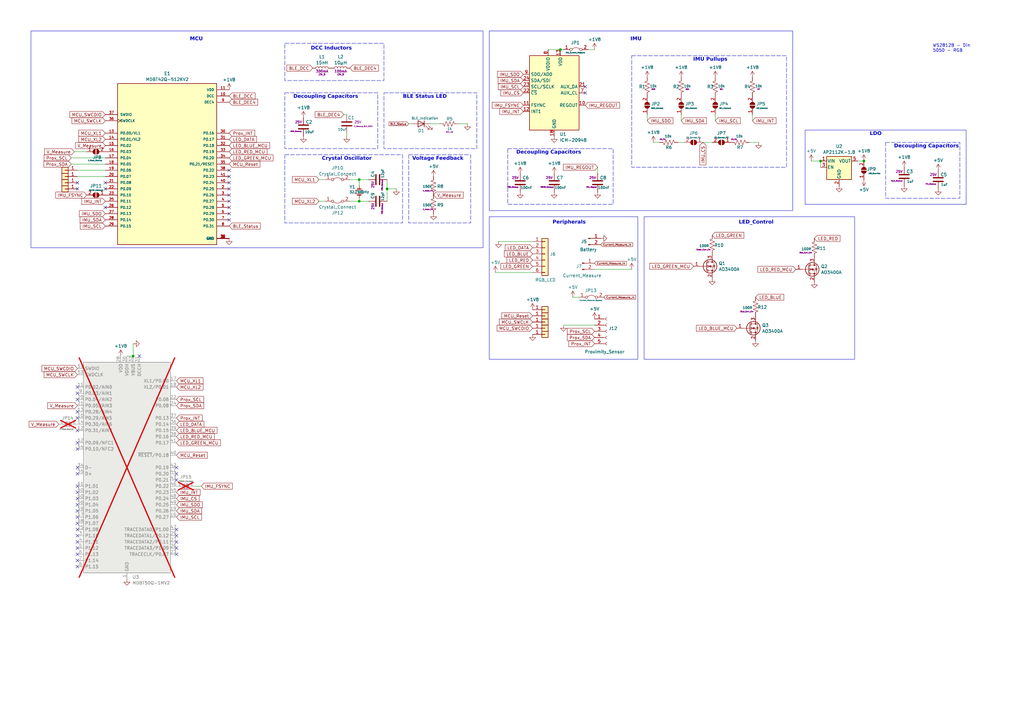
<source format=kicad_sch>
(kicad_sch (version 20231120) (generator "eeschema") (generator_version "8.0")
  (paper "A3")
  (title_block (title "NRF528_Prototype") (date "2024-07-06") (rev "v1") (company "Rymo Technologies"))
  (junction (at 147.32 73.66))
  (junction (at 336.55 66.04))
  (junction (at 54.61 146.05))
  (junction (at 354.33 66.04))
  (junction (at 158.75 77.47))
  (junction (at 229.87 20.32))
  (junction (at 147.32 82.55))
  (no_connect (at 72.39 227.33))
  (no_connect (at 31.75 207.01))
  (no_connect (at 31.75 209.55))
  (no_connect (at 31.75 232.41))
  (no_connect (at 240.03 38.1))
  (no_connect (at 93.98 77.47))
  (no_connect (at 93.98 82.55))
  (no_connect (at 72.39 224.79))
  (no_connect (at 240.03 35.56))
  (no_connect (at 31.75 176.53))
  (no_connect (at 31.75 219.71))
  (no_connect (at 31.75 214.63))
  (no_connect (at 72.39 219.71))
  (no_connect (at 31.75 204.47))
  (no_connect (at 72.39 222.25))
  (no_connect (at 31.75 229.87))
  (no_connect (at 31.75 227.33))
  (no_connect (at 31.75 74.93))
  (no_connect (at 93.98 74.93))
  (no_connect (at 31.75 212.09))
  (no_connect (at 72.39 194.31))
  (no_connect (at 93.98 90.17))
  (no_connect (at 93.98 72.39))
  (no_connect (at 31.75 163.83))
  (no_connect (at 31.75 168.91))
  (no_connect (at 31.75 191.77))
  (no_connect (at 31.75 77.47))
  (no_connect (at 31.75 194.31))
  (no_connect (at 93.98 80.01))
  (no_connect (at 31.75 199.39))
  (no_connect (at 72.39 196.85))
  (no_connect (at 93.98 69.85))
  (no_connect (at 31.75 184.15))
  (no_connect (at 31.75 222.25))
  (no_connect (at 31.75 181.61))
  (no_connect (at 31.75 224.79))
  (no_connect (at 31.75 161.29))
  (no_connect (at 43.18 85.09))
  (no_connect (at 72.39 191.77))
  (no_connect (at 31.75 158.75))
  (no_connect (at 31.75 171.45))
  (no_connect (at 57.15 146.05))
  (no_connect (at 43.18 77.47))
  (no_connect (at 31.75 201.93))
  (no_connect (at 93.98 85.09))
  (no_connect (at 31.75 217.17))
  (no_connect (at 93.98 87.63))
  (no_connect (at 72.39 217.17))
  (no_connect (at 43.18 74.93))
  (wire (pts (xy 231.14 133.35) (xy 243.84 133.35)))
  (wire (pts (xy 336.55 66.04) (xy 336.55 68.58)))
  (wire (pts (xy 31.75 72.39) (xy 43.18 72.39)))
  (wire (pts (xy 143.51 73.66) (xy 147.32 73.66)))
  (wire (pts (xy 130.81 73.66) (xy 133.35 73.66)))
  (wire (pts (xy 279.4 46.99) (xy 279.4 49.53)))
  (wire (pts (xy 243.84 20.32) (xy 241.3 20.32)))
  (wire (pts (xy 82.55 199.39) (xy 80.01 199.39)))
  (wire (pts (xy 162.56 77.47) (xy 158.75 77.47)))
  (wire (pts (xy 180.34 50.8) (xy 176.53 50.8)))
  (wire (pts (xy 293.37 46.99) (xy 293.37 49.53)))
  (wire (pts (xy 35.56 62.23) (xy 30.48 62.23)))
  (wire (pts (xy 265.43 46.99) (xy 265.43 49.53)))
  (wire (pts (xy 167.64 50.8) (xy 168.91 50.8)))
  (wire (pts (xy 267.97 58.42) (xy 270.51 58.42)))
  (wire (pts (xy 204.47 99.06) (xy 218.44 99.06)))
  (wire (pts (xy 231.14 20.32) (xy 229.87 20.32)))
  (wire (pts (xy 29.21 64.77) (xy 43.18 64.77)))
  (wire (pts (xy 191.77 50.8) (xy 187.96 50.8)))
  (wire (pts (xy 130.81 82.55) (xy 133.35 82.55)))
  (wire (pts (xy 332.74 66.04) (xy 336.55 66.04)))
  (wire (pts (xy 245.11 68.58) (xy 245.11 71.12)))
  (wire (pts (xy 308.61 46.99) (xy 308.61 49.53)))
  (wire (pts (xy 147.32 81.28) (xy 147.32 82.55)))
  (wire (pts (xy 203.2 111.76) (xy 218.44 111.76)))
  (wire (pts (xy 292.1 58.42) (xy 288.29 58.42)))
  (wire (pts (xy 147.32 73.66) (xy 147.32 76.2)))
  (wire (pts (xy 31.75 69.85) (xy 43.18 69.85)))
  (wire (pts (xy 143.51 82.55) (xy 147.32 82.55)))
  (wire (pts (xy 142.24 55.88) (xy 142.24 54.61)))
  (wire (pts (xy 52.07 146.05) (xy 54.61 146.05)))
  (wire (pts (xy 243.84 110.49) (xy 259.08 110.49)))
  (wire (pts (xy 147.32 73.66) (xy 151.13 73.66)))
  (wire (pts (xy 278.13 58.42) (xy 280.67 58.42)))
  (wire (pts (xy 311.15 58.42) (xy 307.34 58.42)))
  (wire (pts (xy 142.24 46.99) (xy 140.97 46.99)))
  (wire (pts (xy 158.75 82.55) (xy 158.75 77.47)))
  (wire (pts (xy 224.79 20.32) (xy 229.87 20.32)))
  (wire (pts (xy 29.21 67.31) (xy 43.18 67.31)))
  (wire (pts (xy 234.95 121.92) (xy 237.49 121.92)))
  (wire (pts (xy 54.61 140.97) (xy 54.61 146.05)))
  (wire (pts (xy 354.33 66.04) (xy 351.79 66.04)))
  (wire (pts (xy 147.32 82.55) (xy 151.13 82.55)))
  (wire (pts (xy 158.75 77.47) (xy 158.75 73.66)))
  (rectangle (start 200.66 88.9) (end 261.62 147.32))
  (rectangle (start 264.16 88.9) (end 350.52 147.32))
  (rectangle (start 157.48 38.1) (end 195.58 60.96) (stroke (width 0) (type dash)))
  (rectangle (start 363.22 58.42) (end 393.7 81.28) (stroke (width 0) (type dash)))
  (rectangle (start 12.7 12.7) (end 198.12 101.6))
  (rectangle (start 259.08 22.86) (end 322.58 68.58) (stroke (width 0) (type dash)))
  (rectangle (start 200.66 12.7) (end 325.12 86.36))
  (rectangle (start 208.28 60.96) (end 251.46 83.82) (stroke (width 0) (type dash)))
  (rectangle (start 116.84 63.5) (end 165.1 91.44) (stroke (width 0) (type dash)))
  (rectangle (start 116.84 38.1) (end 154.94 60.96) (stroke (width 0) (type dash)))
  (rectangle (start 330.2 53.34) (end 396.24 83.82))
  (rectangle (start 167.64 63.5) (end 193.04 91.44) (stroke (width 0) (type dash)))
  (rectangle (start 116.84 17.78) (end 157.48 33.02) (stroke (width 0) (type dash)))
  (text "Decoupling Capacitors" (at 133.604 40.132 0) (effects (font (size 1.5 1.5) (thickness 0.3) (bold yes))))
  (text "Decoupling Capacitors" (at 225.044 62.992 0) (effects (font (size 1.5 1.5) (thickness 0.3) (bold yes))))
  (text "Crystal Oscillator" (at 142.24 65.532 0) (effects (font (size 1.5 1.5) (thickness 0.3) (bold yes))))
  (text "BLE Status LED" (at 174.244 40.132 0) (effects (font (size 1.5 1.5) (thickness 0.3) (bold yes))))
  (text "DCC Inductors" (at 135.89 20.32 0) (effects (font (size 1.5 1.5) (thickness 0.3) (bold yes))))
  (text "Decoupling Capacitors" (at 379.984 60.452 0) (effects (font (size 1.5 1.5) (thickness 0.3) (bold yes))))
  (text "WS2812B - Din\n5050 - RGB" (at 382.524 19.812 0) (effects (font (size 1.27 1.27)) (justify left)))
  (text "LED_Control" (at 310.134 91.694 0) (effects (font (size 1.5 1.5) (thickness 0.3) (bold yes))))
  (text "MCU" (at 80.518 16.51 0) (effects (font (size 1.5 1.5) (thickness 0.3) (bold yes))))
  (text "LDO" (at 359.156 55.372 0) (effects (font (size 1.5 1.5) (thickness 0.3) (bold yes))))
  (text "IMU" (at 260.858 16.51 0) (effects (font (size 1.5 1.5) (thickness 0.3) (bold yes))))
  (text "IMU Pullups" (at 291.338 24.892 0) (effects (font (size 1.5 1.5) (thickness 0.3) (bold yes))))
  (text "Peripherals" (at 233.426 91.694 0) (effects (font (size 1.5 1.5) (thickness 0.3) (bold yes))))
  (text "Voltage Feedback" (at 179.578 65.532 0) (effects (font (size 1.5 1.5) (thickness 0.3) (bold yes))))
  (global_label "IMU_SDA" (shape input) (at 43.18 90.17 180) (property "Intersheetrefs" "${INTERSHEET_REFS}" (effects (hide yes))))
  (global_label "IMU_INT" (shape input) (at 214.63 45.72 180) (property "Intersheetrefs" "${INTERSHEET_REFS}" (effects (hide yes))))
  (global_label "IMU_SCL" (shape input) (at 293.37 49.53 0) (property "Intersheetrefs" "${INTERSHEET_REFS}" (effects (hide yes))))
  (global_label "IMU_REGOUT" (shape input) (at 240.03 43.18 0) (property "Intersheetrefs" "${INTERSHEET_REFS}" (effects (hide yes))))
  (global_label "MCU_Reset" (shape input) (at 72.39 186.69 0) (property "Intersheetrefs" "${INTERSHEET_REFS}" (effects (hide yes))))
  (global_label "BLE_DEC4" (shape input) (at 140.97 46.99 180) (property "Intersheetrefs" "${INTERSHEET_REFS}" (effects (hide yes))))
  (global_label "IMU_FSYNC" (shape input) (at 35.56 80.01 180) (property "Intersheetrefs" "${INTERSHEET_REFS}" (effects (hide yes))))
  (global_label "IMU_SCL" (shape input) (at 72.39 212.09 0) (property "Intersheetrefs" "${INTERSHEET_REFS}" (effects (hide yes))))
  (global_label "LED_GREEN_MCU" (shape input) (at 284.48 109.22 180) (property "Intersheetrefs" "${INTERSHEET_REFS}" (effects (hide yes))))
  (global_label "MCU_XL2" (shape input) (at 130.81 82.55 180) (property "Intersheetrefs" "${INTERSHEET_REFS}" (effects (hide yes))))
  (global_label "IMU_INT" (shape input) (at 43.18 82.55 180) (property "Intersheetrefs" "${INTERSHEET_REFS}" (effects (hide yes))))
  (global_label "IMU_FSYNC" (shape input) (at 214.63 43.18 180) (property "Intersheetrefs" "${INTERSHEET_REFS}" (effects (hide yes))))
  (global_label "IMU_CS" (shape input) (at 288.29 58.42 270) (property "Intersheetrefs" "${INTERSHEET_REFS}" (effects (hide yes))))
  (global_label "IMU_INT" (shape input) (at 72.39 201.93 0) (property "Intersheetrefs" "${INTERSHEET_REFS}" (effects (hide yes))))
  (global_label "LED_DATA" (shape input) (at 218.44 101.6 180) (property "Intersheetrefs" "${INTERSHEET_REFS}" (effects (hide yes))))
  (global_label "MCU_Reset" (shape input) (at 218.44 129.54 180) (property "Intersheetrefs" "${INTERSHEET_REFS}" (effects (hide yes))))
  (global_label "BLE_DEC4" (shape input) (at 143.51 27.94 0) (property "Intersheetrefs" "${INTERSHEET_REFS}" (effects (hide yes))))
  (global_label "Current_Measure_In" (shape input) (at 247.65 121.92 0) (effects (font (size 0.8 0.8))) (property "Intersheetrefs" "${INTERSHEET_REFS}" (effects (hide yes))))
  (global_label "MCU_XL2" (shape input) (at 43.18 57.15 180) (property "Intersheetrefs" "${INTERSHEET_REFS}" (effects (hide yes))))
  (global_label "BLE_Status" (shape input) (at 167.64 50.8 180) (effects (font (size 0.8 0.8))) (property "Intersheetrefs" "${INTERSHEET_REFS}" (effects (hide yes))))
  (global_label "IMU_FSYNC" (shape input) (at 82.55 199.39 0) (property "Intersheetrefs" "${INTERSHEET_REFS}" (effects (hide yes))))
  (global_label "IMU_SDA" (shape input) (at 72.39 209.55 0) (property "Intersheetrefs" "${INTERSHEET_REFS}" (effects (hide yes))))
  (global_label "Prox_INT" (shape input) (at 72.39 171.45 0) (property "Intersheetrefs" "${INTERSHEET_REFS}" (effects (hide yes))))
  (global_label "BLE_Status" (shape input) (at 93.98 92.71 0) (property "Intersheetrefs" "${INTERSHEET_REFS}" (effects (hide yes))))
  (global_label "LED_DATA" (shape input) (at 93.98 57.15 0) (property "Intersheetrefs" "${INTERSHEET_REFS}" (effects (hide yes))))
  (global_label "LED_BLUE" (shape input) (at 309.88 121.92 0) (property "Intersheetrefs" "${INTERSHEET_REFS}" (effects (hide yes))))
  (global_label "MCU_SWCLK" (shape input) (at 43.18 49.53 180) (property "Intersheetrefs" "${INTERSHEET_REFS}" (effects (hide yes))))
  (global_label "Prox_SCL" (shape input) (at 243.84 135.89 180) (property "Intersheetrefs" "${INTERSHEET_REFS}" (effects (hide yes))))
  (global_label "Current_Measure_In" (shape input) (at 243.84 107.95 0) (effects (font (size 0.8 0.8))) (property "Intersheetrefs" "${INTERSHEET_REFS}" (effects (hide yes))))
  (global_label "V_Measure" (shape input) (at 30.48 62.23 180) (property "Intersheetrefs" "${INTERSHEET_REFS}" (effects (hide yes))))
  (global_label "BLE_DEC4" (shape input) (at 93.98 41.91 0) (property "Intersheetrefs" "${INTERSHEET_REFS}" (effects (hide yes))))
  (global_label "Prox_INT" (shape input) (at 93.98 54.61 0) (property "Intersheetrefs" "${INTERSHEET_REFS}" (effects (hide yes))))
  (global_label "IMU_REGOUT" (shape input) (at 245.11 68.58 180) (property "Intersheetrefs" "${INTERSHEET_REFS}" (effects (hide yes))))
  (global_label "LED_DATA" (shape input) (at 72.39 173.99 0) (property "Intersheetrefs" "${INTERSHEET_REFS}" (effects (hide yes))))
  (global_label "MCU_SWCLK" (shape input) (at 31.75 153.67 180) (property "Intersheetrefs" "${INTERSHEET_REFS}" (effects (hide yes))))
  (global_label "MCU_SWCDIO" (shape input) (at 43.18 46.99 180) (property "Intersheetrefs" "${INTERSHEET_REFS}" (effects (hide yes))))
  (global_label "MCU_XL1" (shape input) (at 43.18 54.61 180) (property "Intersheetrefs" "${INTERSHEET_REFS}" (effects (hide yes))))
  (global_label "MCU_XL2" (shape input) (at 72.39 158.75 0) (property "Intersheetrefs" "${INTERSHEET_REFS}" (effects (hide yes))))
  (global_label "V_Measure" (shape input) (at 177.8 80.01 0) (property "Intersheetrefs" "${INTERSHEET_REFS}" (effects (hide yes))))
  (global_label "Prox_SDA" (shape input) (at 243.84 138.43 180) (property "Intersheetrefs" "${INTERSHEET_REFS}" (effects (hide yes))))
  (global_label "LED_BLUE_MCU" (shape input) (at 93.98 59.69 0) (property "Intersheetrefs" "${INTERSHEET_REFS}" (effects (hide yes))))
  (global_label "LED_RED_MCU" (shape input) (at 93.98 62.23 0) (property "Intersheetrefs" "${INTERSHEET_REFS}" (effects (hide yes))))
  (global_label "LED_RED" (shape input) (at 334.01 97.79 0) (property "Intersheetrefs" "${INTERSHEET_REFS}" (effects (hide yes))))
  (global_label "MCU_Reset" (shape input) (at 93.98 67.31 0) (property "Intersheetrefs" "${INTERSHEET_REFS}" (effects (hide yes))))
  (global_label "Prox_SCL" (shape input) (at 72.39 163.83 0) (property "Intersheetrefs" "${INTERSHEET_REFS}" (effects (hide yes))))
  (global_label "MCU_SWCDIO" (shape input) (at 31.75 151.13 180) (property "Intersheetrefs" "${INTERSHEET_REFS}" (effects (hide yes))))
  (global_label "MCU_SWCLK" (shape input) (at 218.44 132.08 180) (property "Intersheetrefs" "${INTERSHEET_REFS}" (effects (hide yes))))
  (global_label "V_Measure" (shape input) (at 43.18 59.69 180) (property "Intersheetrefs" "${INTERSHEET_REFS}" (effects (hide yes))))
  (global_label "IMU_SDA" (shape input) (at 279.4 49.53 0) (property "Intersheetrefs" "${INTERSHEET_REFS}" (effects (hide yes))))
  (global_label "Prox_INT" (shape input) (at 243.84 140.97 180) (property "Intersheetrefs" "${INTERSHEET_REFS}" (effects (hide yes))))
  (global_label "LED_RED_MCU" (shape input) (at 72.39 179.07 0) (property "Intersheetrefs" "${INTERSHEET_REFS}" (effects (hide yes))))
  (global_label "IMU_SDO" (shape input) (at 72.39 207.01 0) (property "Intersheetrefs" "${INTERSHEET_REFS}" (effects (hide yes))))
  (global_label "LED_GREEN_MCU" (shape input) (at 93.98 64.77 0) (property "Intersheetrefs" "${INTERSHEET_REFS}" (effects (hide yes))))
  (global_label "IMU_CS" (shape input) (at 214.63 38.1 180) (property "Intersheetrefs" "${INTERSHEET_REFS}" (effects (hide yes))))
  (global_label "IMU_SDO" (shape input) (at 43.18 87.63 180) (property "Intersheetrefs" "${INTERSHEET_REFS}" (effects (hide yes))))
  (global_label "Current_Measure_In" (shape input) (at 246.38 100.33 0) (effects (font (size 0.8 0.8))) (property "Intersheetrefs" "${INTERSHEET_REFS}" (effects (hide yes))))
  (global_label "Prox_SCL" (shape input) (at 29.21 64.77 180) (property "Intersheetrefs" "${INTERSHEET_REFS}" (effects (hide yes))))
  (global_label "LED_GREEN" (shape input) (at 292.1 96.52 0) (property "Intersheetrefs" "${INTERSHEET_REFS}" (effects (hide yes))))
  (global_label "LED_GREEN" (shape input) (at 218.44 109.22 180) (property "Intersheetrefs" "${INTERSHEET_REFS}" (effects (hide yes))))
  (global_label "V_Measure" (shape input) (at 31.75 166.37 180) (property "Intersheetrefs" "${INTERSHEET_REFS}" (effects (hide yes))))
  (global_label "IMU_SCL" (shape input) (at 214.63 35.56 180) (property "Intersheetrefs" "${INTERSHEET_REFS}" (effects (hide yes))))
  (global_label "Prox_SDA" (shape input) (at 29.21 67.31 180) (property "Intersheetrefs" "${INTERSHEET_REFS}" (effects (hide yes))))
  (global_label "LED_BLUE" (shape input) (at 218.44 104.14 180) (property "Intersheetrefs" "${INTERSHEET_REFS}" (effects (hide yes))))
  (global_label "IMU_INT" (shape input) (at 308.61 49.53 0) (property "Intersheetrefs" "${INTERSHEET_REFS}" (effects (hide yes))))
  (global_label "MCU_XL1" (shape input) (at 72.39 156.21 0) (property "Intersheetrefs" "${INTERSHEET_REFS}" (effects (hide yes))))
  (global_label "LED_BLUE_MCU" (shape input) (at 72.39 176.53 0) (property "Intersheetrefs" "${INTERSHEET_REFS}" (effects (hide yes))))
  (global_label "IMU_SDO" (shape input) (at 214.63 30.48 180) (property "Intersheetrefs" "${INTERSHEET_REFS}" (effects (hide yes))))
  (global_label "MCU_XL1" (shape input) (at 130.81 73.66 180) (property "Intersheetrefs" "${INTERSHEET_REFS}" (effects (hide yes))))
  (global_label "IMU_SCL" (shape input) (at 43.18 92.71 180) (property "Intersheetrefs" "${INTERSHEET_REFS}" (effects (hide yes))))
  (global_label "V_Measure" (shape input) (at 24.13 173.99 180) (property "Intersheetrefs" "${INTERSHEET_REFS}" (effects (hide yes))))
  (global_label "LED_BLUE_MCU" (shape input) (at 302.26 134.62 180) (property "Intersheetrefs" "${INTERSHEET_REFS}" (effects (hide yes))))
  (global_label "LED_GREEN_MCU" (shape input) (at 72.39 181.61 0) (property "Intersheetrefs" "${INTERSHEET_REFS}" (effects (hide yes))))
  (global_label "Prox_SDA" (shape input) (at 72.39 166.37 0) (property "Intersheetrefs" "${INTERSHEET_REFS}" (effects (hide yes))))
  (global_label "LED_RED_MCU" (shape input) (at 326.39 110.49 180) (property "Intersheetrefs" "${INTERSHEET_REFS}" (effects (hide yes))))
  (global_label "LED_RED" (shape input) (at 218.44 106.68 180) (property "Intersheetrefs" "${INTERSHEET_REFS}" (effects (hide yes))))
  (global_label "IMU_CS" (shape input) (at 72.39 204.47 0) (property "Intersheetrefs" "${INTERSHEET_REFS}" (effects (hide yes))))
  (global_label "IMU_SDO" (shape input) (at 265.43 49.53 0) (property "Intersheetrefs" "${INTERSHEET_REFS}" (effects (hide yes))))
  (global_label "IMU_SDA" (shape input) (at 214.63 33.02 180) (property "Intersheetrefs" "${INTERSHEET_REFS}" (effects (hide yes))))
  (global_label "BLE_DCC" (shape input) (at 128.27 27.94 180) (property "Intersheetrefs" "${INTERSHEET_REFS}" (effects (hide yes))))
  (global_label "MCU_SWCDIO" (shape input) (at 218.44 134.62 180) (property "Intersheetrefs" "${INTERSHEET_REFS}" (effects (hide yes))))
  (global_label "BLE_DCC" (shape input) (at 93.98 39.37 0) (property "Intersheetrefs" "${INTERSHEET_REFS}" (effects (hide yes))))
  (symbol (lib_id "MDBT42Q-512KV2:MDBT42Q-512KV2") (at 68.58 67.31 0) (unit 1)
    (property "Reference" "E1" (at 68.58 30.1455 0))
    (property "Value" "MDBT42Q-512KV2" (at 68.58 32.5698 0))
    (property "Footprint" "RF_Module:RAYTAC_MDBT42Q-512KV2" (effects (hide yes)))
    (property "MF" "Raytac Corporation" (effects (hide yes)))
    (property "MAXIMUM_PACKAGE_HEIGHT" "2.2mm" (effects (hide yes)))
    (property "Package" "SMD-41 Raytac Corporation" (effects (hide yes)))
    (property "Price" "None" (effects (hide yes)))
    (property "Check_prices" "https://www.snapeda.com/parts/MDBT42Q-512KV2/Raytac+Corporation/view-part/?ref=eda" (effects (hide yes)))
    (property "STANDARD" "Manufacturer Recommendations" (effects (hide yes)))
    (property "PARTREV" "J" (effects (hide yes)))
    (property "SnapEDA_Link" "https://www.snapeda.com/parts/MDBT42Q-512KV2/Raytac+Corporation/view-part/?ref=snap" (effects (hide yes)))
    (property "MP" "MDBT42Q-512KV2" (effects (hide yes)))
    (property "Description_1" "\n802.15.4, Bluetooth Bluetooth v5.4, Zigbee® Transceiver Module 2.36GHz ~ 2.5GHz Integrated, Chip Surface Mount\n" (effects (hide yes)))
    (property "Availability" "In Stock" (effects (hide yes)))
    (property "MANUFACTURER" "Raytac" (effects (hide yes)))
  )
  (symbol (lib_id "power:GND") (at 177.8 87.63 0) (unit 1)
    (property "Reference" "#PWR029" (effects (hide yes)))
    (property "Value" "GND" (effects (hide yes)))
    (property "Description" "Power symbol creates a global label with name \"GND\" , ground" (effects (hide yes)))
  )
  (symbol (lib_id "power:GND") (at 142.24 55.88 0) (unit 1)
    (property "Reference" "#PWR010" (effects (hide yes)))
    (property "Value" "GND" (effects (hide yes)))
    (property "Description" "Power symbol creates a global label with name \"GND\" , ground" (effects (hide yes)))
  )
  (symbol (lib_id "power:GND") (at 227.33 55.88 0) (unit 1)
    (property "Reference" "#PWR011" (effects (hide yes)))
    (property "Value" "GND" (effects (hide yes)))
    (property "Description" "Power symbol creates a global label with name \"GND\" , ground" (effects (hide yes)))
  )
  (symbol (lib_id "Jumper:SolderJumper_2_Open") (at 293.37 43.18 90) (unit 1)
    (property "Reference" "JP4" (at 295.021 42.5872 90) (effects (justify right)))
    (property "Value" "SCL_Connect" (at 295.021 44.3921 90) (effects (font (size 0.5 0.5)) (justify right)))
    (property "Footprint" "Jumper:SolderJumper-2_P1.3mm_Open_RoundedPad1.0x1.5mm" (effects (hide yes)))
    (property "Description" "Solder Jumper, 2-pole, open" (effects (hide yes)))
  )
  (symbol (lib_id "power:GND") (at 309.88 139.7 0) (unit 1)
    (property "Reference" "#PWR042" (effects (hide yes)))
    (property "Value" "GND" (effects (hide yes)))
    (property "Description" "Power symbol creates a global label with name \"GND\" , ground" (effects (hide yes)))
  )
  (symbol (lib_id "Device:R_US") (at 292.1 100.33 0) (mirror y) (unit 1)
    (property "Reference" "R10" (at 294.894 100.584 0))
    (property "Value" "100R" (at 288.798 100.838 0) (effects (font (size 1 1))))
    (property "Footprint" "Resistor_SMD:R_0805_2012Metric_Pad1.20x1.40mm_HandSolder" (effects (hide yes)))
    (property "Description" "Resistor, US symbol" (effects (hide yes)))
    (property "Name" "Green_Curr_Lim" (at 288.544 102.362 0) (effects (font (size 0.5 0.5))))
  )
  (symbol (lib_id "power:+1V8") (at 93.98 36.83 0) (unit 1)
    (property "Reference" "#PWR06" (effects (hide yes)))
    (property "Value" "+1V8" (at 93.98 32.6969 0))
    (property "Description" "Power symbol creates a global label with name \"+1V8\"" (effects (hide yes)))
  )
  (symbol (lib_id "power:+5V") (at 177.8 72.39 0) (unit 1)
    (property "Reference" "#PWR020" (effects (hide yes)))
    (property "Value" "+5V" (at 177.8 68.2569 0))
    (property "Description" "Power symbol creates a global label with name \"+5V\"" (effects (hide yes)))
  )
  (symbol (lib_id "Jumper:Jumper_2_Bridged") (at 138.43 82.55 0) (mirror x) (unit 1)
    (property "Reference" "JP12" (at 138.43 87.3295 0))
    (property "Value" "Crystal_Connect" (at 138.43 84.9052 0))
    (property "Footprint" "Jumper:SolderJumper-2_P1.3mm_Open_RoundedPad1.0x1.5mm" (effects (hide yes)))
    (property "Description" "Jumper, 2-pole, closed/bridged" (effects (hide yes)))
  )
  (symbol (lib_id "power:GND") (at 93.98 97.79 0) (unit 1)
    (property "Reference" "#PWR030" (effects (hide yes)))
    (property "Value" "GND" (effects (hide yes)))
    (property "Description" "Power symbol creates a global label with name \"GND\" , ground" (effects (hide yes)))
  )
  (symbol (lib_id "power:GND") (at 213.36 78.74 0) (unit 1)
    (property "Reference" "#PWR026" (effects (hide yes)))
    (property "Value" "GND" (effects (hide yes)))
    (property "Description" "Power symbol creates a global label with name \"GND\" , ground" (effects (hide yes)))
  )
  (symbol (lib_id "RF_Module:MDBT50Q-1MV2") (at 52.07 191.77 0) (unit 1) (in_bom no) (on_board no) (dnp yes)
    (property "Reference" "U3" (at 54.2641 236.6701 0) (effects (justify left)))
    (property "Value" "MDBT50Q-1MV2" (at 54.2641 239.0944 0) (effects (justify left)))
    (property "Footprint" "RF_Module:Raytac_MDBT50Q" (effects (hide yes)))
    (property "Datasheet" "https://www.raytac.com/download/index.php?index_id=43" (effects (hide yes)))
    (property "Description" "Multiprotocol BLE/ANT/2.4 GHz/802.15.4 Cortex-M4F SoC, nRF52840 module" (effects (hide yes)))
  )
  (symbol (lib_id "Jumper:SolderJumper_2_Open") (at 76.2 199.39 0) (mirror x) (unit 1) (in_bom no) (on_board no) (dnp yes)
    (property "Reference" "JP15" (at 76.2 195.5953 0))
    (property "Value" "FSYNC_Connect" (at 76.2 197.4002 0) (effects (font (size 0.5 0.5))))
    (property "Footprint" "Jumper:SolderJumper-2_P1.3mm_Open_RoundedPad1.0x1.5mm" (effects (hide yes)))
    (property "Description" "Solder Jumper, 2-pole, open" (effects (hide yes)))
  )
  (symbol (lib_id "Jumper:SolderJumper_2_Open") (at 354.33 69.85 90) (unit 1)
    (property "Reference" "JP9" (at 355.6 69.342 90) (effects (justify right)))
    (property "Value" "LDO_Override" (at 356.108 71.12 90) (effects (font (size 0.5 0.5)) (justify right)))
    (property "Footprint" "Jumper:SolderJumper-2_P1.3mm_Open_RoundedPad1.0x1.5mm" (effects (hide yes)))
    (property "Description" "Solder Jumper, 2-pole, open" (effects (hide yes)))
  )
  (symbol (lib_id "power:+5V") (at 243.84 130.81 0) (unit 1)
    (property "Reference" "#PWR039" (effects (hide yes)))
    (property "Value" "+5V" (at 243.84 126.6769 0))
    (property "Description" "Power symbol creates a global label with name \"+5V\"" (effects (hide yes)))
  )
  (symbol (lib_id "power:+1V8") (at 218.44 127 0) (mirror y) (unit 1)
    (property "Reference" "#PWR038" (effects (hide yes)))
    (property "Value" "+1V8" (at 218.44 122.8669 0))
    (property "Description" "Power symbol creates a global label with name \"+1V8\"" (effects (hide yes)))
  )
  (symbol (lib_id "SparkFun-Capacitor:C") (at 384.81 73.66 0) (mirror x) (unit 1)
    (property "Reference" "C5" (at 387.096 71.628 0))
    (property "Value" "1uF" (at 387.35 75.692 0) (effects (font (size 1 1))))
    (property "Footprint" "Capacitor_SMD:C_0805_2012Metric_Pad1.18x1.45mm_HandSolder" (effects (hide yes)))
    (property "Datasheet" "[link text](https://cdn.sparkfun.com/assets/8/a/4/a/5/Kemet_Capacitor_Datasheet.pdf)" (effects (hide yes)))
    (property "Description" "Unpolarized capacitor" (effects (hide yes)))
    (property "PROD_ID" "CAP-00000" (effects (hide yes)))
    (property "Voltage" "25V" (at 382.778 71.628 0) (effects (font (size 1 1))))
    (property "Name" "Vin_Decoup" (at 381.762 75.438 0) (effects (font (size 0.5 0.5))))
  )
  (symbol (lib_id "Connector_Generic:Conn_01x01") (at 223.52 134.62 0) (unit 1)
    (property "Reference" "J11" (effects (hide yes)))
    (property "Value" "Conn_01x01" (effects (hide yes)))
    (property "Footprint" "TestPoint:TestPoint_Pad_D1.5mm" (effects (hide yes)))
    (property "Description" "Generic connector, single row, 01x01, script generated (kicad-library-utils/schlib/autogen/connector/)" (effects (hide yes)))
  )
  (symbol (lib_id "Jumper:SolderJumper_2_Open") (at 265.43 43.18 90) (unit 1)
    (property "Reference" "JP2" (at 267.081 42.5872 90) (effects (justify right)))
    (property "Value" "SDO_Connect" (at 267.081 44.3921 90) (effects (font (size 0.5 0.5)) (justify right)))
    (property "Footprint" "Jumper:SolderJumper-2_P1.3mm_Open_RoundedPad1.0x1.5mm" (effects (hide yes)))
    (property "Description" "Solder Jumper, 2-pole, open" (effects (hide yes)))
  )
  (symbol (lib_id "power:GND") (at 245.11 78.74 0) (unit 1)
    (property "Reference" "#PWR028" (effects (hide yes)))
    (property "Value" "GND" (effects (hide yes)))
    (property "Description" "Power symbol creates a global label with name \"GND\" , ground" (effects (hide yes)))
  )
  (symbol (lib_id "Device:R_US") (at 177.8 76.2 0) (mirror y) (unit 1)
    (property "Reference" "R8" (at 180.594 76.454 0))
    (property "Value" "150k" (at 175.26 76.454 0) (effects (font (size 1 1))))
    (property "Footprint" "Resistor_SMD:R_0805_2012Metric_Pad1.20x1.40mm_HandSolder" (effects (hide yes)))
    (property "Description" "Resistor, US symbol" (effects (hide yes)))
    (property "Name" "V_meas_PU" (at 175.514 78.232 0) (effects (font (size 0.5 0.5))))
  )
  (symbol (lib_id "Jumper:SolderJumper_2_Open") (at 295.91 58.42 180) (unit 1)
    (property "Reference" "JP7" (at 295.91 54.6253 0))
    (property "Value" "CS_Connect_PD" (at 295.91 56.4302 0) (effects (font (size 0.5 0.5))))
    (property "Footprint" "Jumper:SolderJumper-2_P1.3mm_Open_RoundedPad1.0x1.5mm" (effects (hide yes)))
    (property "Description" "Solder Jumper, 2-pole, open" (effects (hide yes)))
  )
  (symbol (lib_id "Connector_Generic:Conn_01x01") (at 26.67 74.93 0) (mirror y) (unit 1)
    (property "Reference" "J3" (effects (hide yes)))
    (property "Value" "Conn_01x01" (effects (hide yes)))
    (property "Description" "Generic connector, single row, 01x01, script generated (kicad-library-utils/schlib/autogen/connector/)" (effects (hide yes)))
  )
  (symbol (lib_id "Jumper:SolderJumper_2_Open") (at 308.61 43.18 90) (unit 1)
    (property "Reference" "JP5" (at 310.261 42.5872 90) (effects (justify right)))
    (property "Value" "INT_Connect" (at 310.261 44.3921 90) (effects (font (size 0.5 0.5)) (justify right)))
    (property "Footprint" "Jumper:SolderJumper-2_P1.3mm_Open_RoundedPad1.0x1.5mm" (effects (hide yes)))
    (property "Description" "Solder Jumper, 2-pole, open" (effects (hide yes)))
  )
  (symbol (lib_id "power:+1V8") (at 279.4 31.75 0) (unit 1)
    (property "Reference" "#PWR03" (effects (hide yes)))
    (property "Value" "+1V8" (at 279.4 27.6169 0))
    (property "Description" "Power symbol creates a global label with name \"+1V8\"" (effects (hide yes)))
  )
  (symbol (lib_id "power:+1V8") (at 49.53 146.05 0) (unit 1)
    (property "Reference" "#PWR044" (effects (hide yes)))
    (property "Value" "+1V8" (at 49.53 141.9169 0))
    (property "Description" "Power symbol creates a global label with name \"+1V8\"" (effects (hide yes)))
  )
  (symbol (lib_id "Connector:Conn_01x02_Pin") (at 238.76 107.95 0) (unit 1)
    (property "Reference" "J7" (at 237.49 109.22 0))
    (property "Value" "Current_Measure" (at 238.76 113.03 0))
    (property "Footprint" "Connector_PinHeader_2.54mm:PinHeader_1x02_P2.54mm_Vertical" (effects (hide yes)))
    (property "Description" "Generic connector, single row, 01x02, script generated" (effects (hide yes)))
  )
  (symbol (lib_id "power:+1V8") (at 265.43 31.75 0) (unit 1)
    (property "Reference" "#PWR02" (effects (hide yes)))
    (property "Value" "+1V8" (at 265.43 27.6169 0))
    (property "Description" "Power symbol creates a global label with name \"+1V8\"" (effects (hide yes)))
  )
  (symbol (lib_id "Jumper:SolderJumper_2_Open") (at 279.4 43.18 90) (unit 1)
    (property "Reference" "JP3" (at 281.051 42.5872 90) (effects (justify right)))
    (property "Value" "SDA_Connect" (at 281.051 44.3921 90) (effects (font (size 0.5 0.5)) (justify right)))
    (property "Footprint" "Jumper:SolderJumper-2_P1.3mm_Open_RoundedPad1.0x1.5mm" (effects (hide yes)))
    (property "Description" "Solder Jumper, 2-pole, open" (effects (hide yes)))
  )
  (symbol (lib_id "power:+1V8") (at 124.46 48.26 0) (unit 1)
    (property "Reference" "#PWR07" (effects (hide yes)))
    (property "Value" "+1V8" (at 124.46 44.1269 0))
    (property "Description" "Power symbol creates a global label with name \"+1V8\"" (effects (hide yes)))
  )
  (symbol (lib_id "power:+1V8") (at 308.61 31.75 0) (unit 1)
    (property "Reference" "#PWR05" (effects (hide yes)))
    (property "Value" "+1V8" (at 308.61 27.6169 0))
    (property "Description" "Power symbol creates a global label with name \"+1V8\"" (effects (hide yes)))
  )
  (symbol (lib_id "Sensor_Motion:ICM-20948") (at 227.33 38.1 0) (unit 1)
    (property "Reference" "U1" (at 229.5241 55.0601 0) (effects (justify left)))
    (property "Value" "ICM-20948" (at 229.5241 57.4844 0) (effects (justify left)))
    (property "Footprint" "Sensor_Motion:InvenSense_QFN-24_3x3mm_P0.4mm" (effects (hide yes)))
    (property "Datasheet" "http://www.invensense.com/wp-content/uploads/2016/06/DS-000189-ICM-20948-v1.3.pdf" (effects (hide yes)))
    (property "Description" "InvenSense 9-Axis Motion Sensor, Accelerometer, Gyroscope, Compass, I2C/SPI, QFN-24" (effects (hide yes)))
  )
  (symbol (lib_id "Transistor_FET:AO3400A") (at 307.34 134.62 0) (unit 1)
    (property "Reference" "Q3" (at 312.547 133.4078 0) (effects (justify left)))
    (property "Value" "AO3400A" (at 312.547 135.8321 0) (effects (justify left)))
    (property "Footprint" "Package_TO_SOT_SMD:SOT-23" (effects (hide yes)))
    (property "Datasheet" "http://www.aosmd.com/pdfs/datasheet/AO3400A.pdf" (effects (hide yes)))
    (property "Description" "30V Vds, 5.7A Id, N-Channel MOSFET, SOT-23" (effects (hide yes)))
  )
  (symbol (lib_id "power:+1V8") (at 293.37 31.75 0) (unit 1)
    (property "Reference" "#PWR04" (effects (hide yes)))
    (property "Value" "+1V8" (at 293.37 27.6169 0))
    (property "Description" "Power symbol creates a global label with name \"+1V8\"" (effects (hide yes)))
  )
  (symbol (lib_id "Device:R_US") (at 265.43 35.56 0) (mirror x) (unit 1)
    (property "Reference" "R1" (at 263.398 35.56 0))
    (property "Value" "10k" (at 267.97 35.306 0) (effects (font (size 1 1))))
    (property "Footprint" "Resistor_SMD:R_0805_2012Metric_Pad1.20x1.40mm_HandSolder" (effects (hide yes)))
    (property "Description" "Resistor, US symbol" (effects (hide yes)))
    (property "Name" "SDO" (at 267.97 36.576 0) (effects (font (size 0.5 0.5))))
  )
  (symbol (lib_id "power:GND") (at 162.56 77.47 0) (unit 1)
    (property "Reference" "#PWR024" (effects (hide yes)))
    (property "Value" "GND" (effects (hide yes)))
    (property "Description" "Power symbol creates a global label with name \"GND\" , ground" (effects (hide yes)))
  )
  (symbol (lib_id "Connector:Conn_01x05_Socket") (at 248.92 135.89 0) (unit 1)
    (property "Reference" "J12" (at 249.6312 134.6778 0) (effects (justify left)))
    (property "Value" "Proximity_Sensor" (at 239.776 144.272 0) (effects (justify left)))
    (property "Footprint" "Connector_PinSocket_2.54mm:PinSocket_1x05_P2.54mm_Vertical" (effects (hide yes)))
    (property "Description" "Generic connector, single row, 01x05, script generated" (effects (hide yes)))
  )
  (symbol (lib_id "Connector_Generic:Conn_01x01") (at 223.52 129.54 0) (unit 1)
    (property "Reference" "J9" (effects (hide yes)))
    (property "Value" "Conn_01x01" (effects (hide yes)))
    (property "Footprint" "TestPoint:TestPoint_Pad_D1.5mm" (effects (hide yes)))
    (property "Description" "Generic connector, single row, 01x01, script generated (kicad-library-utils/schlib/autogen/connector/)" (effects (hide yes)))
  )
  (symbol (lib_id "power:GND") (at 218.44 137.16 0) (mirror y) (unit 1)
    (property "Reference" "#PWR041" (effects (hide yes)))
    (property "Value" "GND" (effects (hide yes)))
    (property "Description" "Power symbol creates a global label with name \"GND\" , ground" (effects (hide yes)))
  )
  (symbol (lib_id "Jumper:Jumper_2_Bridged") (at 242.57 121.92 0) (unit 1)
    (property "Reference" "JP13" (at 242.316 119.126 0))
    (property "Value" "Current_Measure_Bypass" (at 242.316 123.19 0) (effects (font (size 0.5 0.5))))
    (property "Footprint" "Jumper:SolderJumper-2_P1.3mm_Open_RoundedPad1.0x1.5mm" (effects (hide yes)))
    (property "Description" "Jumper, 2-pole, closed/bridged" (effects (hide yes)))
  )
  (symbol (lib_id "SparkFun-Connector:Conn_01x06_RA_SMD") (at 223.52 104.14 0) (unit 1)
    (property "Reference" "J6" (at 225.552 104.1978 0) (effects (justify left)))
    (property "Value" "RGB_LED" (at 219.456 114.808 0) (effects (justify left)))
    (property "Footprint" "Connector_PinSocket_2.54mm:PinSocket_1x06_P2.54mm_Vertical" (effects (hide yes)))
    (property "Datasheet" "https://www.sparkfun.com/datasheets/Prototyping/Connectors/11029.pdf" (effects (hide yes)))
    (property "Description" "Generic connector, single row, 01x06, script generated (kicad-library-utils/schlib/autogen/connector/)" (effects (hide yes)))
  )
  (symbol (lib_id "SparkFun-Capacitor:C") (at 227.33 74.93 0) (mirror x) (unit 1)
    (property "Reference" "C7" (at 229.616 72.898 0))
    (property "Value" "100nF" (at 229.87 76.962 0) (effects (font (size 1 1))))
    (property "Footprint" "Capacitor_SMD:C_0805_2012Metric_Pad1.18x1.45mm_HandSolder" (effects (hide yes)))
    (property "Datasheet" "[link text](https://cdn.sparkfun.com/assets/8/a/4/a/5/Kemet_Capacitor_Datasheet.pdf)" (effects (hide yes)))
    (property "Description" "Unpolarized capacitor" (effects (hide yes)))
    (property "PROD_ID" "CAP-00000" (effects (hide yes)))
    (property "Voltage" "25V" (at 225.298 72.898 0) (effects (font (size 1 1))))
    (property "Name" "VDDIO_Decoup" (at 224.282 76.708 0) (effects (font (size 0.5 0.5))))
  )
  (symbol (lib_id "Device:R_US") (at 177.8 83.82 0) (mirror y) (unit 1)
    (property "Reference" "R9" (at 180.594 84.074 0))
    (property "Value" "150k" (at 175.26 84.074 0) (effects (font (size 1 1))))
    (property "Footprint" "Resistor_SMD:R_0805_2012Metric_Pad1.20x1.40mm_HandSolder" (effects (hide yes)))
    (property "Description" "Resistor, US symbol" (effects (hide yes)))
    (property "Name" "V_meas_PD" (at 175.514 85.852 0) (effects (font (size 0.5 0.5))))
  )
  (symbol (lib_id "SparkFun-Capacitor:C") (at 124.46 52.07 0) (mirror x) (unit 1)
    (property "Reference" "C2" (at 126.746 50.038 0))
    (property "Value" "10uF" (at 127 54.102 0) (effects (font (size 1 1))))
    (property "Footprint" "Capacitor_SMD:C_0805_2012Metric_Pad1.18x1.45mm_HandSolder" (effects (hide yes)))
    (property "Datasheet" "[link text](https://cdn.sparkfun.com/assets/8/a/4/a/5/Kemet_Capacitor_Datasheet.pdf)" (effects (hide yes)))
    (property "Description" "Unpolarized capacitor" (effects (hide yes)))
    (property "PROD_ID" "CAP-00000" (effects (hide yes)))
    (property "Voltage" "25V" (at 122.428 50.038 0) (effects (font (size 1 1))))
    (property "Name" "VDD_Decoup" (at 121.412 53.848 0) (effects (font (size 0.5 0.5))))
  )
  (symbol (lib_id "Connector_Generic:Conn_01x01") (at 223.52 127 0) (unit 1)
    (property "Reference" "J8" (effects (hide yes)))
    (property "Value" "Conn_01x01" (effects (hide yes)))
    (property "Footprint" "TestPoint:TestPoint_Pad_D1.5mm" (effects (hide yes)))
    (property "Description" "Generic connector, single row, 01x01, script generated (kicad-library-utils/schlib/autogen/connector/)" (effects (hide yes)))
  )
  (symbol (lib_id "power:GND") (at 246.38 97.79 90) (unit 1)
    (property "Reference" "#PWR031" (effects (hide yes)))
    (property "Value" "GND" (effects (hide yes)))
    (property "Description" "Power symbol creates a global label with name \"GND\" , ground" (effects (hide yes)))
  )
  (symbol (lib_id "power:+5V") (at 203.2 111.76 0) (unit 1)
    (property "Reference" "#PWR034" (effects (hide yes)))
    (property "Value" "+5V" (at 203.2 107.6269 0))
    (property "Description" "Power symbol creates a global label with name \"+5V\"" (effects (hide yes)))
  )
  (symbol (lib_id "power:GND") (at 384.81 77.47 0) (unit 1)
    (property "Reference" "#PWR025" (effects (hide yes)))
    (property "Value" "GND" (effects (hide yes)))
    (property "Description" "Power symbol creates a global label with name \"GND\" , ground" (effects (hide yes)))
  )
  (symbol (lib_id "Connector_Generic:Conn_01x01") (at 223.52 137.16 0) (unit 1)
    (property "Reference" "J13" (effects (hide yes)))
    (property "Value" "Conn_01x01" (effects (hide yes)))
    (property "Footprint" "TestPoint:TestPoint_Pad_D1.5mm" (effects (hide yes)))
    (property "Description" "Generic connector, single row, 01x01, script generated (kicad-library-utils/schlib/autogen/connector/)" (effects (hide yes)))
  )
  (symbol (lib_id "SparkFun-Capacitor:C") (at 245.11 74.93 0) (mirror x) (unit 1)
    (property "Reference" "C8" (at 247.396 72.898 0))
    (property "Value" "100nF" (at 247.65 76.962 0) (effects (font (size 1 1))))
    (property "Footprint" "Capacitor_SMD:C_0805_2012Metric_Pad1.18x1.45mm_HandSolder" (effects (hide yes)))
    (property "Datasheet" "[link text](https://cdn.sparkfun.com/assets/8/a/4/a/5/Kemet_Capacitor_Datasheet.pdf)" (effects (hide yes)))
    (property "Description" "Unpolarized capacitor" (effects (hide yes)))
    (property "PROD_ID" "CAP-00000" (effects (hide yes)))
    (property "Voltage" "25V" (at 243.078 72.898 0) (effects (font (size 1 1))))
    (property "Name" "IMU_Regout" (at 242.57 76.708 0) (effects (font (size 0.5 0.5))))
  )
  (symbol (lib_id "Transistor_FET:AO3400A") (at 289.56 109.22 0) (unit 1)
    (property "Reference" "Q1" (at 294.767 108.0078 0) (effects (justify left)))
    (property "Value" "AO3400A" (at 294.767 110.4321 0) (effects (justify left)))
    (property "Footprint" "Package_TO_SOT_SMD:SOT-23" (effects (hide yes)))
    (property "Datasheet" "http://www.aosmd.com/pdfs/datasheet/AO3400A.pdf" (effects (hide yes)))
    (property "Description" "30V Vds, 5.7A Id, N-Channel MOSFET, SOT-23" (effects (hide yes)))
  )
  (symbol (lib_id "SparkFun-LED:LED_Red_0603") (at 172.72 50.8 0) (mirror y) (unit 1)
    (property "Reference" "D1" (at 172.72 53.594 0))
    (property "Value" "BLE_Indication" (at 174.244 48.514 0) (effects (font (size 1 1))))
    (property "Footprint" "LED_SMD:LED_0805_2012Metric_Pad1.15x1.40mm_HandSolder" (effects (hide yes)))
    (property "Datasheet" "https://docs.broadcom.com/docs/AV02-0551EN" (effects (hide yes)))
    (property "Description" "Light emitting diode" (effects (hide yes)))
    (property "PROD_ID" "DIO-00819" (effects (hide yes)))
  )
  (symbol (lib_id "SparkFun-Coil:L") (at 139.7 27.94 0) (unit 1)
    (property "Reference" "L2" (at 139.7 23.2902 0))
    (property "Value" "10μH" (at 139.7 25.7145 0))
    (property "Footprint" "Inductor_SMD:L_0805_2012Metric_Pad1.15x1.40mm_HandSolder" (effects (hide yes)))
    (property "Description" "Inductor" (effects (hide yes)))
    (property "Current" "100mA" (at 139.7 29.21 0) (effects (font (size 1 1))))
    (property "Name" "Lin_S" (at 139.7 30.48 0) (effects (font (size 0.7 0.7))))
  )
  (symbol (lib_id "Connector:Conn_01x02_Pin") (at 241.3 97.79 0) (unit 1)
    (property "Reference" "J5" (at 239.522 99.06 0))
    (property "Value" "Battery" (at 241.3 102.362 0))
    (property "Footprint" "Connector_PinHeader_2.54mm:PinHeader_1x02_P2.54mm_Vertical" (effects (hide yes)))
    (property "Description" "Generic connector, single row, 01x02, script generated" (effects (hide yes)))
  )
  (symbol (lib_id "Jumper:Jumper_2_Bridged") (at 236.22 20.32 0) (unit 1)
    (property "Reference" "JP1" (at 235.966 17.526 0))
    (property "Value" "IMU_Current_Measure" (at 235.966 21.59 0) (effects (font (size 0.5 0.5))))
    (property "Footprint" "Jumper:SolderJumper-2_P1.3mm_Open_RoundedPad1.0x1.5mm" (effects (hide yes)))
    (property "Description" "Jumper, 2-pole, closed/bridged" (effects (hide yes)))
  )
  (symbol (lib_id "Jumper:SolderJumper_2_Open") (at 39.37 62.23 0) (unit 1)
    (property "Reference" "JP8" (at 41.656 64.516 0) (effects (justify right)))
    (property "Value" "V_Meas_Backup" (at 41.91 65.786 0) (effects (font (size 0.5 0.5)) (justify right)))
    (property "Footprint" "Jumper:SolderJumper-2_P1.3mm_Open_RoundedPad1.0x1.5mm" (effects (hide yes)))
    (property "Description" "Solder Jumper, 2-pole, open" (effects (hide yes)))
  )
  (symbol (lib_id "SparkFun-Capacitor:C") (at 213.36 74.93 0) (mirror x) (unit 1)
    (property "Reference" "C6" (at 215.646 72.898 0))
    (property "Value" "100nF" (at 215.9 76.962 0) (effects (font (size 1 1))))
    (property "Footprint" "Capacitor_SMD:C_0805_2012Metric_Pad1.18x1.45mm_HandSolder" (effects (hide yes)))
    (property "Datasheet" "[link text](https://cdn.sparkfun.com/assets/8/a/4/a/5/Kemet_Capacitor_Datasheet.pdf)" (effects (hide yes)))
    (property "Description" "Unpolarized capacitor" (effects (hide yes)))
    (property "PROD_ID" "CAP-00000" (effects (hide yes)))
    (property "Voltage" "25V" (at 211.328 72.898 0) (effects (font (size 1 1))))
    (property "Name" "VDD_Decoup" (at 210.312 76.708 0) (effects (font (size 0.5 0.5))))
  )
  (symbol (lib_id "Connector_Generic:Conn_01x01") (at 223.52 132.08 0) (unit 1)
    (property "Reference" "J10" (effects (hide yes)))
    (property "Value" "Conn_01x01" (effects (hide yes)))
    (property "Footprint" "TestPoint:TestPoint_Pad_D1.5mm" (effects (hide yes)))
    (property "Description" "Generic connector, single row, 01x01, script generated (kicad-library-utils/schlib/autogen/connector/)" (effects (hide yes)))
  )
  (symbol (lib_id "Jumper:Jumper_2_Bridged") (at 138.43 73.66 0) (unit 1)
    (property "Reference" "JP10" (at 138.43 68.8805 0))
    (property "Value" "Crystal_Connect" (at 138.43 71.3048 0))
    (property "Footprint" "Jumper:SolderJumper-2_P1.3mm_Open_RoundedPad1.0x1.5mm" (effects (hide yes)))
    (property "Description" "Jumper, 2-pole, closed/bridged" (effects (hide yes)))
  )
  (symbol (lib_id "SparkFun-Capacitor:C") (at 154.94 82.55 270) (mirror x) (unit 1)
    (property "Reference" "C9" (at 152.908 80.264 0))
    (property "Value" "12pF" (at 156.972 80.518 0) (effects (font (size 1 1))))
    (property "Footprint" "Capacitor_SMD:C_0805_2012Metric_Pad1.18x1.45mm_HandSolder" (effects (hide yes)))
    (property "Datasheet" "[link text](https://cdn.sparkfun.com/assets/8/a/4/a/5/Kemet_Capacitor_Datasheet.pdf)" (effects (hide yes)))
    (property "Description" "Unpolarized capacitor" (effects (hide yes)))
    (property "PROD_ID" "CAP-00000" (effects (hide yes)))
    (property "Voltage" "25V" (at 152.908 84.582 0) (effects (font (size 1 1))))
    (property "Name" "VDD_Decoup" (at 156.718 85.598 0) (effects (font (size 0.5 0.5))))
  )
  (symbol (lib_id "Connector_Generic:Conn_01x01") (at 26.67 72.39 0) (mirror y) (unit 1)
    (property "Reference" "J2" (effects (hide yes)))
    (property "Value" "Conn_01x01" (effects (hide yes)))
    (property "Footprint" "TestPoint:TestPoint_Pad_D1.5mm" (effects (hide yes)))
    (property "Description" "Generic connector, single row, 01x01, script generated (kicad-library-utils/schlib/autogen/connector/)" (effects (hide yes)))
  )
  (symbol (lib_id "Device:R_US") (at 303.53 58.42 270) (mirror x) (unit 1)
    (property "Reference" "R7" (at 303.53 60.452 90))
    (property "Value" "10k" (at 303.276 55.88 90) (effects (font (size 1 1))))
    (property "Footprint" "Resistor_SMD:R_0805_2012Metric_Pad1.20x1.40mm_HandSolder" (effects (hide yes)))
    (property "Description" "Resistor, US symbol" (effects (hide yes)))
    (property "Name" "CS_PD" (at 300.99 57.15 90) (effects (font (size 0.5 0.5))))
  )
  (symbol (lib_id "Device:R_US") (at 279.4 35.56 0) (mirror x) (unit 1)
    (property "Reference" "R2" (at 277.368 35.56 0))
    (property "Value" "10k" (at 281.94 35.306 0) (effects (font (size 1 1))))
    (property "Footprint" "Resistor_SMD:R_0805_2012Metric_Pad1.20x1.40mm_HandSolder" (effects (hide yes)))
    (property "Description" "Resistor, US symbol" (effects (hide yes)))
    (property "Name" "SDA" (at 281.94 36.576 0) (effects (font (size 0.5 0.5))))
  )
  (symbol (lib_id "power:+5V") (at 332.74 66.04 0) (unit 1)
    (property "Reference" "#PWR014" (effects (hide yes)))
    (property "Value" "+5V" (at 332.74 61.9069 0))
    (property "Description" "Power symbol creates a global label with name \"+5V\"" (effects (hide yes)))
  )
  (symbol (lib_id "power:+1V8") (at 227.33 71.12 0) (unit 1)
    (property "Reference" "#PWR019" (effects (hide yes)))
    (property "Value" "+1V8" (at 227.33 66.9869 0))
    (property "Description" "Power symbol creates a global label with name \"+1V8\"" (effects (hide yes)))
  )
  (symbol (lib_id "SparkFun-Capacitor:C") (at 370.84 72.39 0) (mirror x) (unit 1)
    (property "Reference" "C3" (at 373.126 70.358 0))
    (property "Value" "1uF" (at 373.38 74.422 0) (effects (font (size 1 1))))
    (property "Footprint" "Capacitor_SMD:C_0805_2012Metric_Pad1.18x1.45mm_HandSolder" (effects (hide yes)))
    (property "Datasheet" "[link text](https://cdn.sparkfun.com/assets/8/a/4/a/5/Kemet_Capacitor_Datasheet.pdf)" (effects (hide yes)))
    (property "Description" "Unpolarized capacitor" (effects (hide yes)))
    (property "PROD_ID" "CAP-00000" (effects (hide yes)))
    (property "Voltage" "25V" (at 368.808 70.358 0) (effects (font (size 1 1))))
    (property "Name" "Vout_Decoup" (at 367.792 74.168 0) (effects (font (size 0.5 0.5))))
  )
  (symbol (lib_id "SparkFun-Coil:L") (at 132.08 27.94 0) (unit 1)
    (property "Reference" "L1" (at 132.08 23.2902 0))
    (property "Value" "15nH" (at 132.08 25.7145 0))
    (property "Footprint" "Inductor_SMD:L_0805_2012Metric_Pad1.15x1.40mm_HandSolder" (effects (hide yes)))
    (property "Description" "Inductor" (effects (hide yes)))
    (property "Current" "300mA" (at 132.08 29.21 0) (effects (font (size 1 1))))
    (property "Name" "Lin_S" (at 132.08 30.48 0) (effects (font (size 0.7 0.7))))
  )
  (symbol (lib_id "power:GND") (at 54.61 140.97 90) (unit 1)
    (property "Reference" "#PWR043" (effects (hide yes)))
    (property "Value" "GND" (effects (hide yes)))
    (property "Description" "Power symbol creates a global label with name \"GND\" , ground" (effects (hide yes)))
  )
  (symbol (lib_id "Connector_Generic:Conn_01x01") (at 26.67 77.47 0) (mirror y) (unit 1)
    (property "Reference" "J4" (effects (hide yes)))
    (property "Value" "Conn_01x01" (effects (hide yes)))
    (property "Description" "Generic connector, single row, 01x01, script generated (kicad-library-utils/schlib/autogen/connector/)" (effects (hide yes)))
  )
  (symbol (lib_id "power:GND") (at 191.77 50.8 0) (unit 1)
    (property "Reference" "#PWR08" (effects (hide yes)))
    (property "Value" "GND" (effects (hide yes)))
    (property "Description" "Power symbol creates a global label with name \"GND\" , ground" (effects (hide yes)))
  )
  (symbol (lib_id "Device:R_US") (at 274.32 58.42 270) (mirror x) (unit 1)
    (property "Reference" "R6" (at 274.32 60.452 90))
    (property "Value" "10k" (at 274.066 55.88 90) (effects (font (size 1 1))))
    (property "Footprint" "Resistor_SMD:R_0805_2012Metric_Pad1.20x1.40mm_HandSolder" (effects (hide yes)))
    (property "Description" "Resistor, US symbol" (effects (hide yes)))
    (property "Name" "CS_PU" (at 271.78 57.15 90) (effects (font (size 0.5 0.5))))
  )
  (symbol (lib_id "Transistor_FET:AO3400A") (at 331.47 110.49 0) (unit 1)
    (property "Reference" "Q2" (at 336.677 109.2778 0) (effects (justify left)))
    (property "Value" "AO3400A" (at 336.677 111.7021 0) (effects (justify left)))
    (property "Footprint" "Package_TO_SOT_SMD:SOT-23" (effects (hide yes)))
    (property "Datasheet" "http://www.aosmd.com/pdfs/datasheet/AO3400A.pdf" (effects (hide yes)))
    (property "Description" "30V Vds, 5.7A Id, N-Channel MOSFET, SOT-23" (effects (hide yes)))
  )
  (symbol (lib_id "Device:R_US") (at 309.88 125.73 0) (mirror y) (unit 1)
    (property "Reference" "R12" (at 312.674 125.984 0))
    (property "Value" "100R" (at 306.578 126.238 0) (effects (font (size 1 1))))
    (property "Footprint" "Resistor_SMD:R_0805_2012Metric_Pad1.20x1.40mm_HandSolder" (effects (hide yes)))
    (property "Description" "Resistor, US symbol" (effects (hide yes)))
    (property "Name" "Blue_Curr_Lim" (at 306.324 127.762 0) (effects (font (size 0.5 0.5))))
  )
  (symbol (lib_id "power:+1V8") (at 243.84 20.32 0) (unit 1)
    (property "Reference" "#PWR01" (effects (hide yes)))
    (property "Value" "+1V8" (at 243.84 16.1869 0))
    (property "Description" "Power symbol creates a global label with name \"+1V8\"" (effects (hide yes)))
  )
  (symbol (lib_id "Jumper:SolderJumper_2_Open") (at 284.48 58.42 180) (unit 1)
    (property "Reference" "JP6" (at 284.48 54.6253 0))
    (property "Value" "CS_Connect_PU" (at 284.48 56.4302 0) (effects (font (size 0.5 0.5))))
    (property "Footprint" "Jumper:SolderJumper-2_P1.3mm_Open_RoundedPad1.0x1.5mm" (effects (hide yes)))
    (property "Description" "Solder Jumper, 2-pole, open" (effects (hide yes)))
  )
  (symbol (lib_id "power:+5V") (at 384.81 69.85 0) (unit 1)
    (property "Reference" "#PWR017" (effects (hide yes)))
    (property "Value" "+5V" (at 384.81 65.7169 0))
    (property "Description" "Power symbol creates a global label with name \"+5V\"" (effects (hide yes)))
  )
  (symbol (lib_id "Regulator_Linear:AP2112K-1.8") (at 344.17 68.58 0) (unit 1)
    (property "Reference" "U2" (at 344.17 59.9905 0))
    (property "Value" "AP2112K-1.8" (at 344.17 62.4148 0))
    (property "Footprint" "Package_TO_SOT_SMD:SOT-23-5" (effects (hide yes)))
    (property "Datasheet" "https://www.diodes.com/assets/Datasheets/AP2112.pdf" (effects (hide yes)))
    (property "Description" "600mA low dropout linear regulator, with enable pin, 2.5V-6V input voltage range, 1.8V fixed positive output, SOT-23-5" (effects (hide yes)))
  )
  (symbol (lib_id "Device:R_US") (at 293.37 35.56 0) (mirror x) (unit 1)
    (property "Reference" "R3" (at 291.338 35.56 0))
    (property "Value" "10k" (at 295.91 35.306 0) (effects (font (size 1 1))))
    (property "Footprint" "Resistor_SMD:R_0805_2012Metric_Pad1.20x1.40mm_HandSolder" (effects (hide yes)))
    (property "Description" "Resistor, US symbol" (effects (hide yes)))
    (property "Name" "SCL" (at 295.91 36.576 0) (effects (font (size 0.5 0.5))))
  )
  (symbol (lib_id "Device:R_US") (at 184.15 50.8 90) (mirror x) (unit 1)
    (property "Reference" "R5" (at 184.404 48.768 90))
    (property "Value" "1k" (at 184.404 52.832 90) (effects (font (size 1 1))))
    (property "Footprint" "Resistor_SMD:R_0805_2012Metric_Pad1.20x1.40mm_HandSolder" (effects (hide yes)))
    (property "Description" "Resistor, US symbol" (effects (hide yes)))
    (property "Name" "BLE_Ind" (at 184.404 54.102 90) (effects (font (size 0.5 0.5))))
  )
  (symbol (lib_id "power:GND") (at 344.17 76.2 0) (unit 1)
    (property "Reference" "#PWR022" (effects (hide yes)))
    (property "Value" "GND" (effects (hide yes)))
    (property "Description" "Power symbol creates a global label with name \"GND\" , ground" (effects (hide yes)))
  )
  (symbol (lib_id "power:GND") (at 292.1 114.3 0) (unit 1)
    (property "Reference" "#PWR035" (effects (hide yes)))
    (property "Value" "GND" (effects (hide yes)))
    (property "Description" "Power symbol creates a global label with name \"GND\" , ground" (effects (hide yes)))
  )
  (symbol (lib_id "power:+1V8") (at 354.33 66.04 0) (unit 1)
    (property "Reference" "#PWR015" (effects (hide yes)))
    (property "Value" "+1V8" (at 354.33 61.9069 0))
    (property "Description" "Power symbol creates a global label with name \"+1V8\"" (effects (hide yes)))
  )
  (symbol (lib_id "power:+5V") (at 259.08 110.49 0) (unit 1)
    (property "Reference" "#PWR033" (effects (hide yes)))
    (property "Value" "+5V" (at 259.08 106.3569 0))
    (property "Description" "Power symbol creates a global label with name \"+5V\"" (effects (hide yes)))
  )
  (symbol (lib_id "Device:R_US") (at 334.01 101.6 0) (mirror y) (unit 1)
    (property "Reference" "R11" (at 336.804 101.854 0))
    (property "Value" "100R" (at 330.708 102.108 0) (effects (font (size 1 1))))
    (property "Footprint" "Resistor_SMD:R_0805_2012Metric_Pad1.20x1.40mm_HandSolder" (effects (hide yes)))
    (property "Description" "Resistor, US symbol" (effects (hide yes)))
    (property "Name" "Red_Curr_Lim" (at 330.454 103.632 0) (effects (font (size 0.5 0.5))))
  )
  (symbol (lib_id "power:+1V8") (at 370.84 68.58 0) (unit 1)
    (property "Reference" "#PWR016" (effects (hide yes)))
    (property "Value" "+1V8" (at 370.84 64.4469 0))
    (property "Description" "Power symbol creates a global label with name \"+1V8\"" (effects (hide yes)))
  )
  (symbol (lib_id "power:GND") (at 124.46 55.88 0) (unit 1)
    (property "Reference" "#PWR09" (effects (hide yes)))
    (property "Value" "GND" (effects (hide yes)))
    (property "Description" "Power symbol creates a global label with name \"GND\" , ground" (effects (hide yes)))
  )
  (symbol (lib_id "power:+1V8") (at 213.36 71.12 0) (unit 1)
    (property "Reference" "#PWR018" (effects (hide yes)))
    (property "Value" "+1V8" (at 213.36 66.9869 0))
    (property "Description" "Power symbol creates a global label with name \"+1V8\"" (effects (hide yes)))
  )
  (symbol (lib_id "power:+5V") (at 234.95 121.92 0) (unit 1)
    (property "Reference" "#PWR037" (effects (hide yes)))
    (property "Value" "+5V" (at 234.95 117.7869 0))
    (property "Description" "Power symbol creates a global label with name \"+5V\"" (effects (hide yes)))
  )
  (symbol (lib_id "Device:Crystal_Small") (at 147.32 78.74 270) (unit 1)
    (property "Reference" "Y1" (at 145.796 76.708 90) (effects (justify right)))
    (property "Value" "32.768kHz" (at 151.384 78.74 90) (effects (font (size 1 1)) (justify right)))
    (property "Footprint" "Crystal:Crystal_SMD_EuroQuartz_EQ161-2Pin_3.2x1.5mm_HandSoldering" (effects (hide yes)))
    (property "Description" "Two pin crystal, small symbol" (effects (hide yes)))
  )
  (symbol (lib_id "power:GND") (at 334.01 115.57 0) (unit 1)
    (property "Reference" "#PWR036" (effects (hide yes)))
    (property "Value" "GND" (effects (hide yes)))
    (property "Description" "Power symbol creates a global label with name \"GND\" , ground" (effects (hide yes)))
  )
  (symbol (lib_id "power:GND") (at 370.84 76.2 0) (unit 1)
    (property "Reference" "#PWR023" (effects (hide yes)))
    (property "Value" "GND" (effects (hide yes)))
    (property "Description" "Power symbol creates a global label with name \"GND\" , ground" (effects (hide yes)))
  )
  (symbol (lib_id "SparkFun-Capacitor:C") (at 142.24 50.8 180) (unit 1)
    (property "Reference" "C1" (at 144.018 48.26 0))
    (property "Value" "10uF" (at 140.462 53.086 0) (effects (font (size 1 1))))
    (property "Footprint" "Capacitor_SMD:C_0805_2012Metric_Pad1.18x1.45mm_HandSolder" (effects (hide yes)))
    (property "Datasheet" "[link text](https://cdn.sparkfun.com/assets/8/a/4/a/5/Kemet_Capacitor_Datasheet.pdf)" (effects (hide yes)))
    (property "Description" "Unpolarized capacitor" (effects (hide yes)))
    (property "PROD_ID" "CAP-00000" (effects (hide yes)))
    (property "Voltage" "25V" (at 146.812 50.038 0) (effects (font (size 1 1))))
    (property "Name" "C_Decoup_BLE_DEC4" (at 149.098 51.816 0) (effects (font (size 0.5 0.5))))
  )
  (symbol (lib_id "power:GND") (at 204.47 99.06 0) (unit 1)
    (property "Reference" "#PWR032" (effects (hide yes)))
    (property "Value" "GND" (effects (hide yes)))
    (property "Description" "Power symbol creates a global label with name \"GND\" , ground" (effects (hide yes)))
  )
  (symbol (lib_id "power:+1V8") (at 267.97 58.42 0) (unit 1)
    (property "Reference" "#PWR012" (effects (hide yes)))
    (property "Value" "+1V8" (at 267.97 54.2869 0))
    (property "Description" "Power symbol creates a global label with name \"+1V8\"" (effects (hide yes)))
  )
  (symbol (lib_id "power:GND") (at 231.14 133.35 0) (mirror y) (unit 1)
    (property "Reference" "#PWR040" (effects (hide yes)))
    (property "Value" "GND" (effects (hide yes)))
    (property "Description" "Power symbol creates a global label with name \"GND\" , ground" (effects (hide yes)))
  )
  (symbol (lib_id "Jumper:SolderJumper_2_Open") (at 39.37 80.01 180) (unit 1)
    (property "Reference" "JP11" (at 39.37 76.2153 0))
    (property "Value" "FSYNC_Connect" (at 39.37 78.0202 0) (effects (font (size 0.5 0.5))))
    (property "Footprint" "Jumper:SolderJumper-2_P1.3mm_Open_RoundedPad1.0x1.5mm" (effects (hide yes)))
    (property "Description" "Solder Jumper, 2-pole, open" (effects (hide yes)))
  )
  (symbol (lib_id "power:GND") (at 311.15 58.42 0) (unit 1)
    (property "Reference" "#PWR013" (effects (hide yes)))
    (property "Value" "GND" (effects (hide yes)))
    (property "Description" "Power symbol creates a global label with name \"GND\" , ground" (effects (hide yes)))
  )
  (symbol (lib_id "Jumper:SolderJumper_2_Open") (at 27.94 173.99 0) (unit 1) (in_bom no) (on_board no) (dnp yes)
    (property "Reference" "JP14" (at 30.226 171.45 0) (effects (justify right)))
    (property "Value" "V_Meas_Backup" (at 30.226 176.022 0) (effects (font (size 0.5 0.5)) (justify right)))
    (property "Footprint" "Jumper:SolderJumper-2_P1.3mm_Open_RoundedPad1.0x1.5mm" (effects (hide yes)))
    (property "Description" "Solder Jumper, 2-pole, open" (effects (hide yes)))
  )
  (symbol (lib_id "Device:R_US") (at 308.61 35.56 0) (mirror x) (unit 1)
    (property "Reference" "R4" (at 306.578 35.56 0))
    (property "Value" "10k" (at 311.15 35.306 0) (effects (font (size 1 1))))
    (property "Footprint" "Resistor_SMD:R_0805_2012Metric_Pad1.20x1.40mm_HandSolder" (effects (hide yes)))
    (property "Description" "Resistor, US symbol" (effects (hide yes)))
    (property "Name" "INT" (at 311.15 36.576 0) (effects (font (size 0.5 0.5))))
  )
  (symbol (lib_id "power:+5V") (at 354.33 73.66 180) (unit 1)
    (property "Reference" "#PWR021" (effects (hide yes)))
    (property "Value" "+5V" (at 354.33 77.7931 0))
    (property "Description" "Power symbol creates a global label with name \"+5V\"" (effects (hide yes)))
  )
  (symbol (lib_id "power:GND") (at 227.33 78.74 0) (unit 1)
    (property "Reference" "#PWR027" (effects (hide yes)))
    (property "Value" "GND" (effects (hide yes)))
    (property "Description" "Power symbol creates a global label with name \"GND\" , ground" (effects (hide yes)))
  )
  (symbol (lib_id "Connector_Generic:Conn_01x01") (at 26.67 69.85 0) (mirror y) (unit 1)
    (property "Reference" "J1" (effects (hide yes)))
    (property "Value" "Conn_01x01" (effects (hide yes)))
    (property "Footprint" "TestPoint:TestPoint_Pad_D1.5mm" (effects (hide yes)))
    (property "Description" "Generic connector, single row, 01x01, script generated (kicad-library-utils/schlib/autogen/connector/)" (effects (hide yes)))
  )
  (symbol (lib_id "power:GND") (at 52.07 237.49 0) (unit 1)
    (property "Reference" "#PWR045" (effects (hide yes)))
    (property "Value" "GND" (effects (hide yes)))
    (property "Description" "Power symbol creates a global label with name \"GND\" , ground" (effects (hide yes)))
  )
  (symbol (lib_id "SparkFun-Capacitor:C") (at 154.94 73.66 270) (mirror x) (unit 1)
    (property "Reference" "C4" (at 152.908 71.374 0))
    (property "Value" "12pF" (at 156.972 71.12 0) (effects (font (size 1 1))))
    (property "Footprint" "Capacitor_SMD:C_0805_2012Metric_Pad1.18x1.45mm_HandSolder" (effects (hide yes)))
    (property "Datasheet" "[link text](https://cdn.sparkfun.com/assets/8/a/4/a/5/Kemet_Capacitor_Datasheet.pdf)" (effects (hide yes)))
    (property "Description" "Unpolarized capacitor" (effects (hide yes)))
    (property "PROD_ID" "CAP-00000" (effects (hide yes)))
    (property "Voltage" "25V" (at 152.908 75.692 0) (effects (font (size 1 1))))
    (property "Name" "VDD_Decoup" (at 156.718 75.946 0) (effects (font (size 0.5 0.5))))
  )
)
</source>
